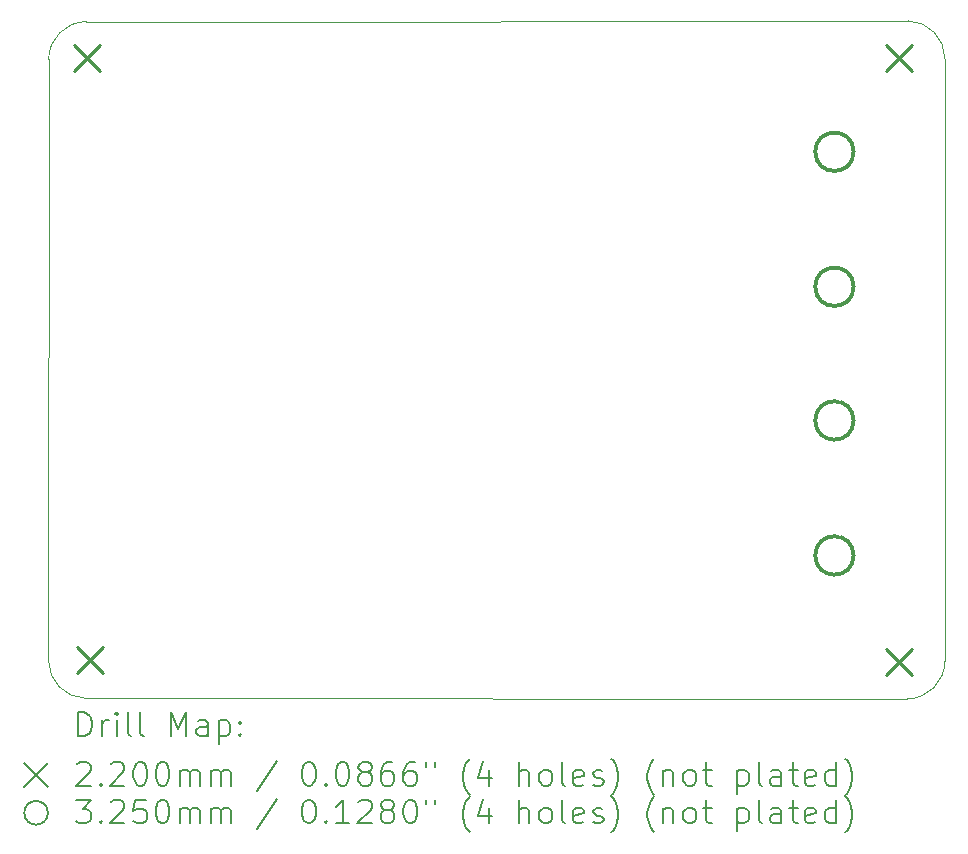
<source format=gbr>
%TF.GenerationSoftware,KiCad,Pcbnew,6.0.7-f9a2dced07~116~ubuntu22.04.1*%
%TF.CreationDate,2022-09-19T14:52:07-04:00*%
%TF.ProjectId,Main_Controller_PCB V0.1,4d61696e-5f43-46f6-9e74-726f6c6c6572,rev?*%
%TF.SameCoordinates,Original*%
%TF.FileFunction,Drillmap*%
%TF.FilePolarity,Positive*%
%FSLAX45Y45*%
G04 Gerber Fmt 4.5, Leading zero omitted, Abs format (unit mm)*
G04 Created by KiCad (PCBNEW 6.0.7-f9a2dced07~116~ubuntu22.04.1) date 2022-09-19 14:52:07*
%MOMM*%
%LPD*%
G01*
G04 APERTURE LIST*
%ADD10C,0.100000*%
%ADD11C,0.200000*%
%ADD12C,0.220000*%
%ADD13C,0.325000*%
G04 APERTURE END LIST*
D10*
X19775000Y-7265000D02*
X19775000Y-12365000D01*
X19455000Y-12685000D02*
X12495000Y-12680000D01*
X12186274Y-7271274D02*
X12185000Y-12360000D01*
X12184999Y-12360000D02*
G75*
G03*
X12495000Y-12680000I320161J0D01*
G01*
X19455000Y-12685000D02*
G75*
G03*
X19775000Y-12365000I0J320000D01*
G01*
X19465000Y-6945000D02*
X12506274Y-6951274D01*
X19775001Y-7265000D02*
G75*
G03*
X19465000Y-6945000I-320161J0D01*
G01*
X12506274Y-6951274D02*
G75*
G03*
X12186274Y-7271274I-4J-319996D01*
G01*
D11*
D12*
X12400000Y-7150000D02*
X12620000Y-7370000D01*
X12620000Y-7150000D02*
X12400000Y-7370000D01*
X12425000Y-12245000D02*
X12645000Y-12465000D01*
X12645000Y-12245000D02*
X12425000Y-12465000D01*
X19275000Y-7150000D02*
X19495000Y-7370000D01*
X19495000Y-7150000D02*
X19275000Y-7370000D01*
X19280000Y-12260000D02*
X19500000Y-12480000D01*
X19500000Y-12260000D02*
X19280000Y-12480000D01*
D13*
X19002000Y-8053500D02*
G75*
G03*
X19002000Y-8053500I-162500J0D01*
G01*
X19002000Y-9196500D02*
G75*
G03*
X19002000Y-9196500I-162500J0D01*
G01*
X19002000Y-10328500D02*
G75*
G03*
X19002000Y-10328500I-162500J0D01*
G01*
X19002000Y-11471500D02*
G75*
G03*
X19002000Y-11471500I-162500J0D01*
G01*
D11*
X12437619Y-13000476D02*
X12437619Y-12800476D01*
X12485238Y-12800476D01*
X12513809Y-12810000D01*
X12532857Y-12829048D01*
X12542381Y-12848095D01*
X12551905Y-12886190D01*
X12551905Y-12914762D01*
X12542381Y-12952857D01*
X12532857Y-12971905D01*
X12513809Y-12990952D01*
X12485238Y-13000476D01*
X12437619Y-13000476D01*
X12637619Y-13000476D02*
X12637619Y-12867143D01*
X12637619Y-12905238D02*
X12647143Y-12886190D01*
X12656667Y-12876667D01*
X12675714Y-12867143D01*
X12694762Y-12867143D01*
X12761428Y-13000476D02*
X12761428Y-12867143D01*
X12761428Y-12800476D02*
X12751905Y-12810000D01*
X12761428Y-12819524D01*
X12770952Y-12810000D01*
X12761428Y-12800476D01*
X12761428Y-12819524D01*
X12885238Y-13000476D02*
X12866190Y-12990952D01*
X12856667Y-12971905D01*
X12856667Y-12800476D01*
X12990000Y-13000476D02*
X12970952Y-12990952D01*
X12961428Y-12971905D01*
X12961428Y-12800476D01*
X13218571Y-13000476D02*
X13218571Y-12800476D01*
X13285238Y-12943333D01*
X13351905Y-12800476D01*
X13351905Y-13000476D01*
X13532857Y-13000476D02*
X13532857Y-12895714D01*
X13523333Y-12876667D01*
X13504286Y-12867143D01*
X13466190Y-12867143D01*
X13447143Y-12876667D01*
X13532857Y-12990952D02*
X13513809Y-13000476D01*
X13466190Y-13000476D01*
X13447143Y-12990952D01*
X13437619Y-12971905D01*
X13437619Y-12952857D01*
X13447143Y-12933809D01*
X13466190Y-12924286D01*
X13513809Y-12924286D01*
X13532857Y-12914762D01*
X13628095Y-12867143D02*
X13628095Y-13067143D01*
X13628095Y-12876667D02*
X13647143Y-12867143D01*
X13685238Y-12867143D01*
X13704286Y-12876667D01*
X13713809Y-12886190D01*
X13723333Y-12905238D01*
X13723333Y-12962381D01*
X13713809Y-12981428D01*
X13704286Y-12990952D01*
X13685238Y-13000476D01*
X13647143Y-13000476D01*
X13628095Y-12990952D01*
X13809048Y-12981428D02*
X13818571Y-12990952D01*
X13809048Y-13000476D01*
X13799524Y-12990952D01*
X13809048Y-12981428D01*
X13809048Y-13000476D01*
X13809048Y-12876667D02*
X13818571Y-12886190D01*
X13809048Y-12895714D01*
X13799524Y-12886190D01*
X13809048Y-12876667D01*
X13809048Y-12895714D01*
X11980000Y-13230000D02*
X12180000Y-13430000D01*
X12180000Y-13230000D02*
X11980000Y-13430000D01*
X12428095Y-13239524D02*
X12437619Y-13230000D01*
X12456667Y-13220476D01*
X12504286Y-13220476D01*
X12523333Y-13230000D01*
X12532857Y-13239524D01*
X12542381Y-13258571D01*
X12542381Y-13277619D01*
X12532857Y-13306190D01*
X12418571Y-13420476D01*
X12542381Y-13420476D01*
X12628095Y-13401428D02*
X12637619Y-13410952D01*
X12628095Y-13420476D01*
X12618571Y-13410952D01*
X12628095Y-13401428D01*
X12628095Y-13420476D01*
X12713809Y-13239524D02*
X12723333Y-13230000D01*
X12742381Y-13220476D01*
X12790000Y-13220476D01*
X12809048Y-13230000D01*
X12818571Y-13239524D01*
X12828095Y-13258571D01*
X12828095Y-13277619D01*
X12818571Y-13306190D01*
X12704286Y-13420476D01*
X12828095Y-13420476D01*
X12951905Y-13220476D02*
X12970952Y-13220476D01*
X12990000Y-13230000D01*
X12999524Y-13239524D01*
X13009048Y-13258571D01*
X13018571Y-13296667D01*
X13018571Y-13344286D01*
X13009048Y-13382381D01*
X12999524Y-13401428D01*
X12990000Y-13410952D01*
X12970952Y-13420476D01*
X12951905Y-13420476D01*
X12932857Y-13410952D01*
X12923333Y-13401428D01*
X12913809Y-13382381D01*
X12904286Y-13344286D01*
X12904286Y-13296667D01*
X12913809Y-13258571D01*
X12923333Y-13239524D01*
X12932857Y-13230000D01*
X12951905Y-13220476D01*
X13142381Y-13220476D02*
X13161428Y-13220476D01*
X13180476Y-13230000D01*
X13190000Y-13239524D01*
X13199524Y-13258571D01*
X13209048Y-13296667D01*
X13209048Y-13344286D01*
X13199524Y-13382381D01*
X13190000Y-13401428D01*
X13180476Y-13410952D01*
X13161428Y-13420476D01*
X13142381Y-13420476D01*
X13123333Y-13410952D01*
X13113809Y-13401428D01*
X13104286Y-13382381D01*
X13094762Y-13344286D01*
X13094762Y-13296667D01*
X13104286Y-13258571D01*
X13113809Y-13239524D01*
X13123333Y-13230000D01*
X13142381Y-13220476D01*
X13294762Y-13420476D02*
X13294762Y-13287143D01*
X13294762Y-13306190D02*
X13304286Y-13296667D01*
X13323333Y-13287143D01*
X13351905Y-13287143D01*
X13370952Y-13296667D01*
X13380476Y-13315714D01*
X13380476Y-13420476D01*
X13380476Y-13315714D02*
X13390000Y-13296667D01*
X13409048Y-13287143D01*
X13437619Y-13287143D01*
X13456667Y-13296667D01*
X13466190Y-13315714D01*
X13466190Y-13420476D01*
X13561428Y-13420476D02*
X13561428Y-13287143D01*
X13561428Y-13306190D02*
X13570952Y-13296667D01*
X13590000Y-13287143D01*
X13618571Y-13287143D01*
X13637619Y-13296667D01*
X13647143Y-13315714D01*
X13647143Y-13420476D01*
X13647143Y-13315714D02*
X13656667Y-13296667D01*
X13675714Y-13287143D01*
X13704286Y-13287143D01*
X13723333Y-13296667D01*
X13732857Y-13315714D01*
X13732857Y-13420476D01*
X14123333Y-13210952D02*
X13951905Y-13468095D01*
X14380476Y-13220476D02*
X14399524Y-13220476D01*
X14418571Y-13230000D01*
X14428095Y-13239524D01*
X14437619Y-13258571D01*
X14447143Y-13296667D01*
X14447143Y-13344286D01*
X14437619Y-13382381D01*
X14428095Y-13401428D01*
X14418571Y-13410952D01*
X14399524Y-13420476D01*
X14380476Y-13420476D01*
X14361428Y-13410952D01*
X14351905Y-13401428D01*
X14342381Y-13382381D01*
X14332857Y-13344286D01*
X14332857Y-13296667D01*
X14342381Y-13258571D01*
X14351905Y-13239524D01*
X14361428Y-13230000D01*
X14380476Y-13220476D01*
X14532857Y-13401428D02*
X14542381Y-13410952D01*
X14532857Y-13420476D01*
X14523333Y-13410952D01*
X14532857Y-13401428D01*
X14532857Y-13420476D01*
X14666190Y-13220476D02*
X14685238Y-13220476D01*
X14704286Y-13230000D01*
X14713809Y-13239524D01*
X14723333Y-13258571D01*
X14732857Y-13296667D01*
X14732857Y-13344286D01*
X14723333Y-13382381D01*
X14713809Y-13401428D01*
X14704286Y-13410952D01*
X14685238Y-13420476D01*
X14666190Y-13420476D01*
X14647143Y-13410952D01*
X14637619Y-13401428D01*
X14628095Y-13382381D01*
X14618571Y-13344286D01*
X14618571Y-13296667D01*
X14628095Y-13258571D01*
X14637619Y-13239524D01*
X14647143Y-13230000D01*
X14666190Y-13220476D01*
X14847143Y-13306190D02*
X14828095Y-13296667D01*
X14818571Y-13287143D01*
X14809048Y-13268095D01*
X14809048Y-13258571D01*
X14818571Y-13239524D01*
X14828095Y-13230000D01*
X14847143Y-13220476D01*
X14885238Y-13220476D01*
X14904286Y-13230000D01*
X14913809Y-13239524D01*
X14923333Y-13258571D01*
X14923333Y-13268095D01*
X14913809Y-13287143D01*
X14904286Y-13296667D01*
X14885238Y-13306190D01*
X14847143Y-13306190D01*
X14828095Y-13315714D01*
X14818571Y-13325238D01*
X14809048Y-13344286D01*
X14809048Y-13382381D01*
X14818571Y-13401428D01*
X14828095Y-13410952D01*
X14847143Y-13420476D01*
X14885238Y-13420476D01*
X14904286Y-13410952D01*
X14913809Y-13401428D01*
X14923333Y-13382381D01*
X14923333Y-13344286D01*
X14913809Y-13325238D01*
X14904286Y-13315714D01*
X14885238Y-13306190D01*
X15094762Y-13220476D02*
X15056667Y-13220476D01*
X15037619Y-13230000D01*
X15028095Y-13239524D01*
X15009048Y-13268095D01*
X14999524Y-13306190D01*
X14999524Y-13382381D01*
X15009048Y-13401428D01*
X15018571Y-13410952D01*
X15037619Y-13420476D01*
X15075714Y-13420476D01*
X15094762Y-13410952D01*
X15104286Y-13401428D01*
X15113809Y-13382381D01*
X15113809Y-13334762D01*
X15104286Y-13315714D01*
X15094762Y-13306190D01*
X15075714Y-13296667D01*
X15037619Y-13296667D01*
X15018571Y-13306190D01*
X15009048Y-13315714D01*
X14999524Y-13334762D01*
X15285238Y-13220476D02*
X15247143Y-13220476D01*
X15228095Y-13230000D01*
X15218571Y-13239524D01*
X15199524Y-13268095D01*
X15190000Y-13306190D01*
X15190000Y-13382381D01*
X15199524Y-13401428D01*
X15209048Y-13410952D01*
X15228095Y-13420476D01*
X15266190Y-13420476D01*
X15285238Y-13410952D01*
X15294762Y-13401428D01*
X15304286Y-13382381D01*
X15304286Y-13334762D01*
X15294762Y-13315714D01*
X15285238Y-13306190D01*
X15266190Y-13296667D01*
X15228095Y-13296667D01*
X15209048Y-13306190D01*
X15199524Y-13315714D01*
X15190000Y-13334762D01*
X15380476Y-13220476D02*
X15380476Y-13258571D01*
X15456667Y-13220476D02*
X15456667Y-13258571D01*
X15751905Y-13496667D02*
X15742381Y-13487143D01*
X15723333Y-13458571D01*
X15713809Y-13439524D01*
X15704286Y-13410952D01*
X15694762Y-13363333D01*
X15694762Y-13325238D01*
X15704286Y-13277619D01*
X15713809Y-13249048D01*
X15723333Y-13230000D01*
X15742381Y-13201428D01*
X15751905Y-13191905D01*
X15913809Y-13287143D02*
X15913809Y-13420476D01*
X15866190Y-13210952D02*
X15818571Y-13353809D01*
X15942381Y-13353809D01*
X16170952Y-13420476D02*
X16170952Y-13220476D01*
X16256667Y-13420476D02*
X16256667Y-13315714D01*
X16247143Y-13296667D01*
X16228095Y-13287143D01*
X16199524Y-13287143D01*
X16180476Y-13296667D01*
X16170952Y-13306190D01*
X16380476Y-13420476D02*
X16361428Y-13410952D01*
X16351905Y-13401428D01*
X16342381Y-13382381D01*
X16342381Y-13325238D01*
X16351905Y-13306190D01*
X16361428Y-13296667D01*
X16380476Y-13287143D01*
X16409048Y-13287143D01*
X16428095Y-13296667D01*
X16437619Y-13306190D01*
X16447143Y-13325238D01*
X16447143Y-13382381D01*
X16437619Y-13401428D01*
X16428095Y-13410952D01*
X16409048Y-13420476D01*
X16380476Y-13420476D01*
X16561428Y-13420476D02*
X16542381Y-13410952D01*
X16532857Y-13391905D01*
X16532857Y-13220476D01*
X16713809Y-13410952D02*
X16694762Y-13420476D01*
X16656667Y-13420476D01*
X16637619Y-13410952D01*
X16628095Y-13391905D01*
X16628095Y-13315714D01*
X16637619Y-13296667D01*
X16656667Y-13287143D01*
X16694762Y-13287143D01*
X16713809Y-13296667D01*
X16723333Y-13315714D01*
X16723333Y-13334762D01*
X16628095Y-13353809D01*
X16799524Y-13410952D02*
X16818571Y-13420476D01*
X16856667Y-13420476D01*
X16875714Y-13410952D01*
X16885238Y-13391905D01*
X16885238Y-13382381D01*
X16875714Y-13363333D01*
X16856667Y-13353809D01*
X16828095Y-13353809D01*
X16809048Y-13344286D01*
X16799524Y-13325238D01*
X16799524Y-13315714D01*
X16809048Y-13296667D01*
X16828095Y-13287143D01*
X16856667Y-13287143D01*
X16875714Y-13296667D01*
X16951905Y-13496667D02*
X16961429Y-13487143D01*
X16980476Y-13458571D01*
X16990000Y-13439524D01*
X16999524Y-13410952D01*
X17009048Y-13363333D01*
X17009048Y-13325238D01*
X16999524Y-13277619D01*
X16990000Y-13249048D01*
X16980476Y-13230000D01*
X16961429Y-13201428D01*
X16951905Y-13191905D01*
X17313810Y-13496667D02*
X17304286Y-13487143D01*
X17285238Y-13458571D01*
X17275714Y-13439524D01*
X17266190Y-13410952D01*
X17256667Y-13363333D01*
X17256667Y-13325238D01*
X17266190Y-13277619D01*
X17275714Y-13249048D01*
X17285238Y-13230000D01*
X17304286Y-13201428D01*
X17313810Y-13191905D01*
X17390000Y-13287143D02*
X17390000Y-13420476D01*
X17390000Y-13306190D02*
X17399524Y-13296667D01*
X17418571Y-13287143D01*
X17447143Y-13287143D01*
X17466190Y-13296667D01*
X17475714Y-13315714D01*
X17475714Y-13420476D01*
X17599524Y-13420476D02*
X17580476Y-13410952D01*
X17570952Y-13401428D01*
X17561429Y-13382381D01*
X17561429Y-13325238D01*
X17570952Y-13306190D01*
X17580476Y-13296667D01*
X17599524Y-13287143D01*
X17628095Y-13287143D01*
X17647143Y-13296667D01*
X17656667Y-13306190D01*
X17666190Y-13325238D01*
X17666190Y-13382381D01*
X17656667Y-13401428D01*
X17647143Y-13410952D01*
X17628095Y-13420476D01*
X17599524Y-13420476D01*
X17723333Y-13287143D02*
X17799524Y-13287143D01*
X17751905Y-13220476D02*
X17751905Y-13391905D01*
X17761429Y-13410952D01*
X17780476Y-13420476D01*
X17799524Y-13420476D01*
X18018571Y-13287143D02*
X18018571Y-13487143D01*
X18018571Y-13296667D02*
X18037619Y-13287143D01*
X18075714Y-13287143D01*
X18094762Y-13296667D01*
X18104286Y-13306190D01*
X18113810Y-13325238D01*
X18113810Y-13382381D01*
X18104286Y-13401428D01*
X18094762Y-13410952D01*
X18075714Y-13420476D01*
X18037619Y-13420476D01*
X18018571Y-13410952D01*
X18228095Y-13420476D02*
X18209048Y-13410952D01*
X18199524Y-13391905D01*
X18199524Y-13220476D01*
X18390000Y-13420476D02*
X18390000Y-13315714D01*
X18380476Y-13296667D01*
X18361429Y-13287143D01*
X18323333Y-13287143D01*
X18304286Y-13296667D01*
X18390000Y-13410952D02*
X18370952Y-13420476D01*
X18323333Y-13420476D01*
X18304286Y-13410952D01*
X18294762Y-13391905D01*
X18294762Y-13372857D01*
X18304286Y-13353809D01*
X18323333Y-13344286D01*
X18370952Y-13344286D01*
X18390000Y-13334762D01*
X18456667Y-13287143D02*
X18532857Y-13287143D01*
X18485238Y-13220476D02*
X18485238Y-13391905D01*
X18494762Y-13410952D01*
X18513810Y-13420476D01*
X18532857Y-13420476D01*
X18675714Y-13410952D02*
X18656667Y-13420476D01*
X18618571Y-13420476D01*
X18599524Y-13410952D01*
X18590000Y-13391905D01*
X18590000Y-13315714D01*
X18599524Y-13296667D01*
X18618571Y-13287143D01*
X18656667Y-13287143D01*
X18675714Y-13296667D01*
X18685238Y-13315714D01*
X18685238Y-13334762D01*
X18590000Y-13353809D01*
X18856667Y-13420476D02*
X18856667Y-13220476D01*
X18856667Y-13410952D02*
X18837619Y-13420476D01*
X18799524Y-13420476D01*
X18780476Y-13410952D01*
X18770952Y-13401428D01*
X18761429Y-13382381D01*
X18761429Y-13325238D01*
X18770952Y-13306190D01*
X18780476Y-13296667D01*
X18799524Y-13287143D01*
X18837619Y-13287143D01*
X18856667Y-13296667D01*
X18932857Y-13496667D02*
X18942381Y-13487143D01*
X18961429Y-13458571D01*
X18970952Y-13439524D01*
X18980476Y-13410952D01*
X18990000Y-13363333D01*
X18990000Y-13325238D01*
X18980476Y-13277619D01*
X18970952Y-13249048D01*
X18961429Y-13230000D01*
X18942381Y-13201428D01*
X18932857Y-13191905D01*
X12180000Y-13650000D02*
G75*
G03*
X12180000Y-13650000I-100000J0D01*
G01*
X12418571Y-13540476D02*
X12542381Y-13540476D01*
X12475714Y-13616667D01*
X12504286Y-13616667D01*
X12523333Y-13626190D01*
X12532857Y-13635714D01*
X12542381Y-13654762D01*
X12542381Y-13702381D01*
X12532857Y-13721428D01*
X12523333Y-13730952D01*
X12504286Y-13740476D01*
X12447143Y-13740476D01*
X12428095Y-13730952D01*
X12418571Y-13721428D01*
X12628095Y-13721428D02*
X12637619Y-13730952D01*
X12628095Y-13740476D01*
X12618571Y-13730952D01*
X12628095Y-13721428D01*
X12628095Y-13740476D01*
X12713809Y-13559524D02*
X12723333Y-13550000D01*
X12742381Y-13540476D01*
X12790000Y-13540476D01*
X12809048Y-13550000D01*
X12818571Y-13559524D01*
X12828095Y-13578571D01*
X12828095Y-13597619D01*
X12818571Y-13626190D01*
X12704286Y-13740476D01*
X12828095Y-13740476D01*
X13009048Y-13540476D02*
X12913809Y-13540476D01*
X12904286Y-13635714D01*
X12913809Y-13626190D01*
X12932857Y-13616667D01*
X12980476Y-13616667D01*
X12999524Y-13626190D01*
X13009048Y-13635714D01*
X13018571Y-13654762D01*
X13018571Y-13702381D01*
X13009048Y-13721428D01*
X12999524Y-13730952D01*
X12980476Y-13740476D01*
X12932857Y-13740476D01*
X12913809Y-13730952D01*
X12904286Y-13721428D01*
X13142381Y-13540476D02*
X13161428Y-13540476D01*
X13180476Y-13550000D01*
X13190000Y-13559524D01*
X13199524Y-13578571D01*
X13209048Y-13616667D01*
X13209048Y-13664286D01*
X13199524Y-13702381D01*
X13190000Y-13721428D01*
X13180476Y-13730952D01*
X13161428Y-13740476D01*
X13142381Y-13740476D01*
X13123333Y-13730952D01*
X13113809Y-13721428D01*
X13104286Y-13702381D01*
X13094762Y-13664286D01*
X13094762Y-13616667D01*
X13104286Y-13578571D01*
X13113809Y-13559524D01*
X13123333Y-13550000D01*
X13142381Y-13540476D01*
X13294762Y-13740476D02*
X13294762Y-13607143D01*
X13294762Y-13626190D02*
X13304286Y-13616667D01*
X13323333Y-13607143D01*
X13351905Y-13607143D01*
X13370952Y-13616667D01*
X13380476Y-13635714D01*
X13380476Y-13740476D01*
X13380476Y-13635714D02*
X13390000Y-13616667D01*
X13409048Y-13607143D01*
X13437619Y-13607143D01*
X13456667Y-13616667D01*
X13466190Y-13635714D01*
X13466190Y-13740476D01*
X13561428Y-13740476D02*
X13561428Y-13607143D01*
X13561428Y-13626190D02*
X13570952Y-13616667D01*
X13590000Y-13607143D01*
X13618571Y-13607143D01*
X13637619Y-13616667D01*
X13647143Y-13635714D01*
X13647143Y-13740476D01*
X13647143Y-13635714D02*
X13656667Y-13616667D01*
X13675714Y-13607143D01*
X13704286Y-13607143D01*
X13723333Y-13616667D01*
X13732857Y-13635714D01*
X13732857Y-13740476D01*
X14123333Y-13530952D02*
X13951905Y-13788095D01*
X14380476Y-13540476D02*
X14399524Y-13540476D01*
X14418571Y-13550000D01*
X14428095Y-13559524D01*
X14437619Y-13578571D01*
X14447143Y-13616667D01*
X14447143Y-13664286D01*
X14437619Y-13702381D01*
X14428095Y-13721428D01*
X14418571Y-13730952D01*
X14399524Y-13740476D01*
X14380476Y-13740476D01*
X14361428Y-13730952D01*
X14351905Y-13721428D01*
X14342381Y-13702381D01*
X14332857Y-13664286D01*
X14332857Y-13616667D01*
X14342381Y-13578571D01*
X14351905Y-13559524D01*
X14361428Y-13550000D01*
X14380476Y-13540476D01*
X14532857Y-13721428D02*
X14542381Y-13730952D01*
X14532857Y-13740476D01*
X14523333Y-13730952D01*
X14532857Y-13721428D01*
X14532857Y-13740476D01*
X14732857Y-13740476D02*
X14618571Y-13740476D01*
X14675714Y-13740476D02*
X14675714Y-13540476D01*
X14656667Y-13569048D01*
X14637619Y-13588095D01*
X14618571Y-13597619D01*
X14809048Y-13559524D02*
X14818571Y-13550000D01*
X14837619Y-13540476D01*
X14885238Y-13540476D01*
X14904286Y-13550000D01*
X14913809Y-13559524D01*
X14923333Y-13578571D01*
X14923333Y-13597619D01*
X14913809Y-13626190D01*
X14799524Y-13740476D01*
X14923333Y-13740476D01*
X15037619Y-13626190D02*
X15018571Y-13616667D01*
X15009048Y-13607143D01*
X14999524Y-13588095D01*
X14999524Y-13578571D01*
X15009048Y-13559524D01*
X15018571Y-13550000D01*
X15037619Y-13540476D01*
X15075714Y-13540476D01*
X15094762Y-13550000D01*
X15104286Y-13559524D01*
X15113809Y-13578571D01*
X15113809Y-13588095D01*
X15104286Y-13607143D01*
X15094762Y-13616667D01*
X15075714Y-13626190D01*
X15037619Y-13626190D01*
X15018571Y-13635714D01*
X15009048Y-13645238D01*
X14999524Y-13664286D01*
X14999524Y-13702381D01*
X15009048Y-13721428D01*
X15018571Y-13730952D01*
X15037619Y-13740476D01*
X15075714Y-13740476D01*
X15094762Y-13730952D01*
X15104286Y-13721428D01*
X15113809Y-13702381D01*
X15113809Y-13664286D01*
X15104286Y-13645238D01*
X15094762Y-13635714D01*
X15075714Y-13626190D01*
X15237619Y-13540476D02*
X15256667Y-13540476D01*
X15275714Y-13550000D01*
X15285238Y-13559524D01*
X15294762Y-13578571D01*
X15304286Y-13616667D01*
X15304286Y-13664286D01*
X15294762Y-13702381D01*
X15285238Y-13721428D01*
X15275714Y-13730952D01*
X15256667Y-13740476D01*
X15237619Y-13740476D01*
X15218571Y-13730952D01*
X15209048Y-13721428D01*
X15199524Y-13702381D01*
X15190000Y-13664286D01*
X15190000Y-13616667D01*
X15199524Y-13578571D01*
X15209048Y-13559524D01*
X15218571Y-13550000D01*
X15237619Y-13540476D01*
X15380476Y-13540476D02*
X15380476Y-13578571D01*
X15456667Y-13540476D02*
X15456667Y-13578571D01*
X15751905Y-13816667D02*
X15742381Y-13807143D01*
X15723333Y-13778571D01*
X15713809Y-13759524D01*
X15704286Y-13730952D01*
X15694762Y-13683333D01*
X15694762Y-13645238D01*
X15704286Y-13597619D01*
X15713809Y-13569048D01*
X15723333Y-13550000D01*
X15742381Y-13521428D01*
X15751905Y-13511905D01*
X15913809Y-13607143D02*
X15913809Y-13740476D01*
X15866190Y-13530952D02*
X15818571Y-13673809D01*
X15942381Y-13673809D01*
X16170952Y-13740476D02*
X16170952Y-13540476D01*
X16256667Y-13740476D02*
X16256667Y-13635714D01*
X16247143Y-13616667D01*
X16228095Y-13607143D01*
X16199524Y-13607143D01*
X16180476Y-13616667D01*
X16170952Y-13626190D01*
X16380476Y-13740476D02*
X16361428Y-13730952D01*
X16351905Y-13721428D01*
X16342381Y-13702381D01*
X16342381Y-13645238D01*
X16351905Y-13626190D01*
X16361428Y-13616667D01*
X16380476Y-13607143D01*
X16409048Y-13607143D01*
X16428095Y-13616667D01*
X16437619Y-13626190D01*
X16447143Y-13645238D01*
X16447143Y-13702381D01*
X16437619Y-13721428D01*
X16428095Y-13730952D01*
X16409048Y-13740476D01*
X16380476Y-13740476D01*
X16561428Y-13740476D02*
X16542381Y-13730952D01*
X16532857Y-13711905D01*
X16532857Y-13540476D01*
X16713809Y-13730952D02*
X16694762Y-13740476D01*
X16656667Y-13740476D01*
X16637619Y-13730952D01*
X16628095Y-13711905D01*
X16628095Y-13635714D01*
X16637619Y-13616667D01*
X16656667Y-13607143D01*
X16694762Y-13607143D01*
X16713809Y-13616667D01*
X16723333Y-13635714D01*
X16723333Y-13654762D01*
X16628095Y-13673809D01*
X16799524Y-13730952D02*
X16818571Y-13740476D01*
X16856667Y-13740476D01*
X16875714Y-13730952D01*
X16885238Y-13711905D01*
X16885238Y-13702381D01*
X16875714Y-13683333D01*
X16856667Y-13673809D01*
X16828095Y-13673809D01*
X16809048Y-13664286D01*
X16799524Y-13645238D01*
X16799524Y-13635714D01*
X16809048Y-13616667D01*
X16828095Y-13607143D01*
X16856667Y-13607143D01*
X16875714Y-13616667D01*
X16951905Y-13816667D02*
X16961429Y-13807143D01*
X16980476Y-13778571D01*
X16990000Y-13759524D01*
X16999524Y-13730952D01*
X17009048Y-13683333D01*
X17009048Y-13645238D01*
X16999524Y-13597619D01*
X16990000Y-13569048D01*
X16980476Y-13550000D01*
X16961429Y-13521428D01*
X16951905Y-13511905D01*
X17313810Y-13816667D02*
X17304286Y-13807143D01*
X17285238Y-13778571D01*
X17275714Y-13759524D01*
X17266190Y-13730952D01*
X17256667Y-13683333D01*
X17256667Y-13645238D01*
X17266190Y-13597619D01*
X17275714Y-13569048D01*
X17285238Y-13550000D01*
X17304286Y-13521428D01*
X17313810Y-13511905D01*
X17390000Y-13607143D02*
X17390000Y-13740476D01*
X17390000Y-13626190D02*
X17399524Y-13616667D01*
X17418571Y-13607143D01*
X17447143Y-13607143D01*
X17466190Y-13616667D01*
X17475714Y-13635714D01*
X17475714Y-13740476D01*
X17599524Y-13740476D02*
X17580476Y-13730952D01*
X17570952Y-13721428D01*
X17561429Y-13702381D01*
X17561429Y-13645238D01*
X17570952Y-13626190D01*
X17580476Y-13616667D01*
X17599524Y-13607143D01*
X17628095Y-13607143D01*
X17647143Y-13616667D01*
X17656667Y-13626190D01*
X17666190Y-13645238D01*
X17666190Y-13702381D01*
X17656667Y-13721428D01*
X17647143Y-13730952D01*
X17628095Y-13740476D01*
X17599524Y-13740476D01*
X17723333Y-13607143D02*
X17799524Y-13607143D01*
X17751905Y-13540476D02*
X17751905Y-13711905D01*
X17761429Y-13730952D01*
X17780476Y-13740476D01*
X17799524Y-13740476D01*
X18018571Y-13607143D02*
X18018571Y-13807143D01*
X18018571Y-13616667D02*
X18037619Y-13607143D01*
X18075714Y-13607143D01*
X18094762Y-13616667D01*
X18104286Y-13626190D01*
X18113810Y-13645238D01*
X18113810Y-13702381D01*
X18104286Y-13721428D01*
X18094762Y-13730952D01*
X18075714Y-13740476D01*
X18037619Y-13740476D01*
X18018571Y-13730952D01*
X18228095Y-13740476D02*
X18209048Y-13730952D01*
X18199524Y-13711905D01*
X18199524Y-13540476D01*
X18390000Y-13740476D02*
X18390000Y-13635714D01*
X18380476Y-13616667D01*
X18361429Y-13607143D01*
X18323333Y-13607143D01*
X18304286Y-13616667D01*
X18390000Y-13730952D02*
X18370952Y-13740476D01*
X18323333Y-13740476D01*
X18304286Y-13730952D01*
X18294762Y-13711905D01*
X18294762Y-13692857D01*
X18304286Y-13673809D01*
X18323333Y-13664286D01*
X18370952Y-13664286D01*
X18390000Y-13654762D01*
X18456667Y-13607143D02*
X18532857Y-13607143D01*
X18485238Y-13540476D02*
X18485238Y-13711905D01*
X18494762Y-13730952D01*
X18513810Y-13740476D01*
X18532857Y-13740476D01*
X18675714Y-13730952D02*
X18656667Y-13740476D01*
X18618571Y-13740476D01*
X18599524Y-13730952D01*
X18590000Y-13711905D01*
X18590000Y-13635714D01*
X18599524Y-13616667D01*
X18618571Y-13607143D01*
X18656667Y-13607143D01*
X18675714Y-13616667D01*
X18685238Y-13635714D01*
X18685238Y-13654762D01*
X18590000Y-13673809D01*
X18856667Y-13740476D02*
X18856667Y-13540476D01*
X18856667Y-13730952D02*
X18837619Y-13740476D01*
X18799524Y-13740476D01*
X18780476Y-13730952D01*
X18770952Y-13721428D01*
X18761429Y-13702381D01*
X18761429Y-13645238D01*
X18770952Y-13626190D01*
X18780476Y-13616667D01*
X18799524Y-13607143D01*
X18837619Y-13607143D01*
X18856667Y-13616667D01*
X18932857Y-13816667D02*
X18942381Y-13807143D01*
X18961429Y-13778571D01*
X18970952Y-13759524D01*
X18980476Y-13730952D01*
X18990000Y-13683333D01*
X18990000Y-13645238D01*
X18980476Y-13597619D01*
X18970952Y-13569048D01*
X18961429Y-13550000D01*
X18942381Y-13521428D01*
X18932857Y-13511905D01*
M02*

</source>
